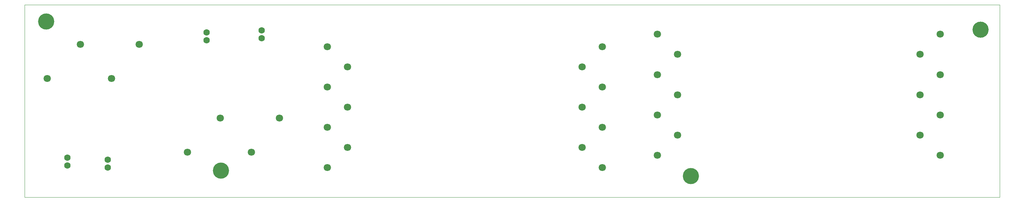
<source format=gbl>
G04 #@! TF.GenerationSoftware,KiCad,Pcbnew,(5.1.2)-2*
G04 #@! TF.CreationDate,2019-07-29T12:19:19-07:00*
G04 #@! TF.ProjectId,Pixel Connector Test Board,50697865-6c20-4436-9f6e-6e6563746f72,rev?*
G04 #@! TF.SameCoordinates,Original*
G04 #@! TF.FileFunction,Copper,L2,Bot*
G04 #@! TF.FilePolarity,Positive*
%FSLAX46Y46*%
G04 Gerber Fmt 4.6, Leading zero omitted, Abs format (unit mm)*
G04 Created by KiCad (PCBNEW (5.1.2)-2) date 2019-07-29 12:19:19*
%MOMM*%
%LPD*%
G04 APERTURE LIST*
%ADD10C,0.050000*%
%ADD11C,1.600000*%
%ADD12C,4.000000*%
%ADD13C,1.800000*%
G04 APERTURE END LIST*
D10*
X253500000Y-59800000D02*
X227500000Y-59800000D01*
X54200000Y-59800000D02*
X227500000Y-59800000D01*
X253500000Y-12100000D02*
X253500000Y-59800000D01*
X54700000Y-12100000D02*
X253500000Y-12100000D01*
X12100000Y-36900000D02*
X12100000Y-59800000D01*
X12100000Y-12100000D02*
X54700000Y-12100000D01*
X12100000Y-59800000D02*
X54200000Y-59800000D01*
X12100000Y-12100000D02*
X12100000Y-36900000D01*
D11*
X70850000Y-18400000D03*
X70850000Y-20400000D03*
X57150000Y-18900000D03*
X57150000Y-20900000D03*
X22700000Y-50000000D03*
X22700000Y-52000000D03*
X32700000Y-52500000D03*
X32700000Y-50500000D03*
D12*
X248800000Y-18300000D03*
X177100000Y-54600000D03*
X60700000Y-53200000D03*
X17500000Y-16200000D03*
D13*
X233800000Y-34400000D03*
X238800000Y-29400000D03*
X233800000Y-24400000D03*
X233800000Y-44400000D03*
X238800000Y-39400000D03*
X238800000Y-49400000D03*
X238800000Y-19400000D03*
X173800000Y-34400000D03*
X173800000Y-24400000D03*
X168800000Y-19400000D03*
X168800000Y-29400000D03*
X168800000Y-49400000D03*
X173800000Y-44400000D03*
X168800000Y-39400000D03*
X150100000Y-37500000D03*
X155100000Y-32500000D03*
X150100000Y-27500000D03*
X150100000Y-47500000D03*
X155100000Y-42500000D03*
X155100000Y-52500000D03*
X155100000Y-22500000D03*
X92100000Y-27500000D03*
X87100000Y-22500000D03*
X87100000Y-32500000D03*
X92100000Y-37500000D03*
X87100000Y-42500000D03*
X92100000Y-47500000D03*
X87100000Y-52500000D03*
X68300000Y-48700000D03*
X75200000Y-40200000D03*
X52400000Y-48700000D03*
X60600000Y-40200000D03*
X40500000Y-21900000D03*
X33600000Y-30400000D03*
X25900000Y-21900000D03*
X17700000Y-30400000D03*
M02*

</source>
